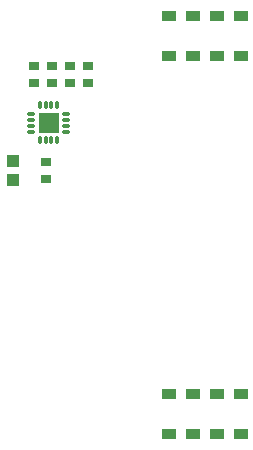
<source format=gtp>
G04 Layer: TopPasteMaskLayer*
G04 Panelize: V-CUT, Column: 2, Row: 2, Board Size: 58.42mm x 58.42mm, Panelized Board Size: 118.84mm x 118.84mm*
G04 EasyEDA v6.5.32, 2023-07-26 20:50:30*
G04 9c01c07f2c6843c3a362350cb2311acb,5a6b42c53f6a479593ecc07194224c93,10*
G04 Gerber Generator version 0.2*
G04 Scale: 100 percent, Rotated: No, Reflected: No *
G04 Dimensions in millimeters *
G04 leading zeros omitted , absolute positions ,4 integer and 5 decimal *
%FSLAX45Y45*%
%MOMM*%

%ADD10R,1.1500X0.9500*%
%ADD11R,1.1000X1.0000*%
%ADD12R,0.9000X0.8000*%
%ADD13R,1.8000X1.8000*%
%ADD14O,0.2800096X0.7999984*%
%ADD15O,0.7999984X0.2800096*%

%LPD*%
D10*
G01*
X4140200Y3826840D03*
G01*
X4140200Y3488359D03*
G01*
X4343400Y3826840D03*
G01*
X4343400Y3488359D03*
G01*
X4546600Y3826840D03*
G01*
X4546600Y3488359D03*
G01*
X3937000Y626440D03*
G01*
X3937000Y287959D03*
G01*
X4546600Y626440D03*
G01*
X4546600Y287959D03*
G01*
X4343400Y626440D03*
G01*
X4343400Y287959D03*
G01*
X4140200Y626440D03*
G01*
X4140200Y287959D03*
G01*
X3937000Y3826840D03*
G01*
X3937000Y3488359D03*
D11*
G01*
X2616200Y2434589D03*
G01*
X2616200Y2594584D03*
D12*
G01*
X2895600Y2584602D03*
G01*
X2895600Y2444597D03*
G01*
X3098800Y3397402D03*
G01*
X3098800Y3257397D03*
G01*
X3251200Y3397402D03*
G01*
X3251200Y3257397D03*
G01*
X2946400Y3397402D03*
G01*
X2946400Y3257397D03*
G01*
X2794000Y3397402D03*
G01*
X2794000Y3257397D03*
D13*
G01*
X2921000Y2920974D03*
D14*
G01*
X2846070Y3070987D03*
G01*
X2896108Y3070987D03*
G01*
X2945891Y3070987D03*
G01*
X2995929Y3070987D03*
D15*
G01*
X3070986Y2995904D03*
G01*
X3070986Y2945866D03*
G01*
X3070986Y2896082D03*
G01*
X3070986Y2846044D03*
D14*
G01*
X2995929Y2770987D03*
G01*
X2945891Y2770987D03*
G01*
X2896108Y2770987D03*
G01*
X2846070Y2770987D03*
D15*
G01*
X2770987Y2846044D03*
G01*
X2770987Y2896082D03*
G01*
X2770987Y2945866D03*
G01*
X2770987Y2995904D03*
M02*

</source>
